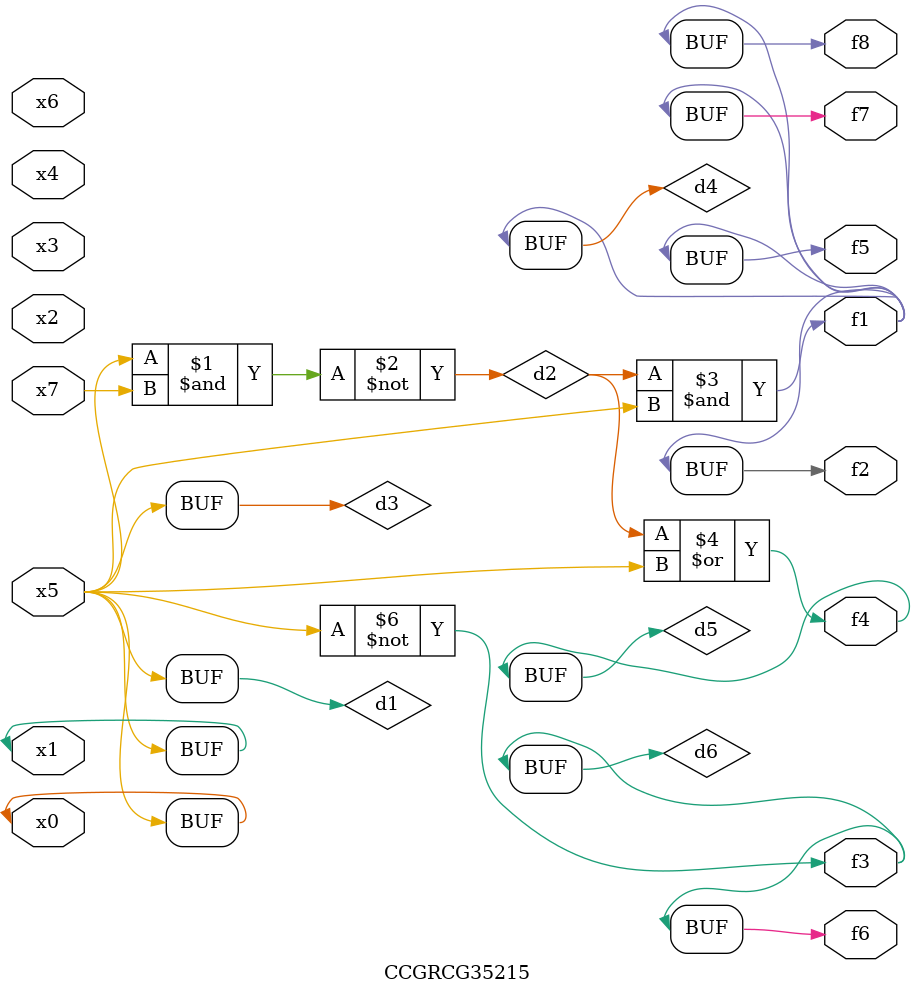
<source format=v>
module CCGRCG35215(
	input x0, x1, x2, x3, x4, x5, x6, x7,
	output f1, f2, f3, f4, f5, f6, f7, f8
);

	wire d1, d2, d3, d4, d5, d6;

	buf (d1, x0, x5);
	nand (d2, x5, x7);
	buf (d3, x0, x1);
	and (d4, d2, d3);
	or (d5, d2, d3);
	nor (d6, d1, d3);
	assign f1 = d4;
	assign f2 = d4;
	assign f3 = d6;
	assign f4 = d5;
	assign f5 = d4;
	assign f6 = d6;
	assign f7 = d4;
	assign f8 = d4;
endmodule

</source>
